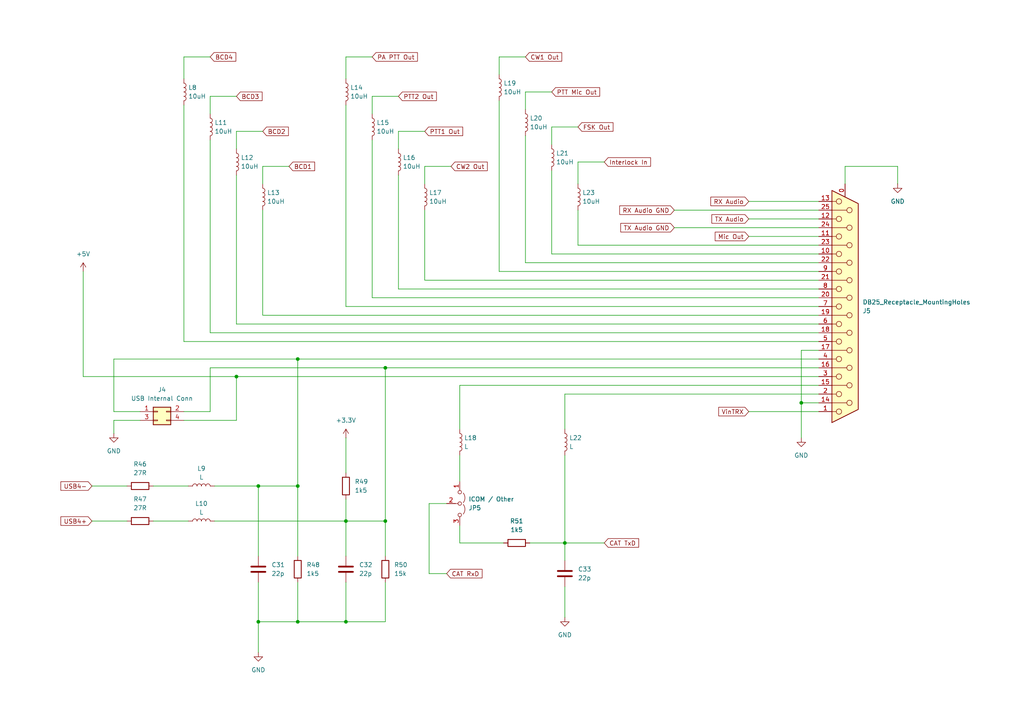
<source format=kicad_sch>
(kicad_sch (version 20231120) (generator "eeschema") (generator_version "8.0")
  (paper "A4")
  (title_block (rev "0.1"))
  (lib_symbols
    (symbol "Connector:DB25_Receptacle_MountingHoles" (pin_names (offset 1.016) hide)
      (property "Reference" "J" (at 0 36.83 0))
      (property "Value" "DB25_Receptacle_MountingHoles" (at 0 34.925 0))
      (symbol "DB25_Receptacle_MountingHoles_0_1"
        (circle (center -1.778 -30.48) (radius 0.762))
        (circle (center -1.778 -25.4) (radius 0.762))
        (circle (center -1.778 -20.32) (radius 0.762))
        (circle (center -1.778 -15.24) (radius 0.762))
        (circle (center -1.778 -10.16) (radius 0.762))
        (circle (center -1.778 -5.08) (radius 0.762))
        (circle (center -1.778 0) (radius 0.762))
        (circle (center -1.778 5.08) (radius 0.762))
        (circle (center -1.778 10.16) (radius 0.762))
        (circle (center -1.778 15.24) (radius 0.762))
        (circle (center -1.778 20.32) (radius 0.762))
        (circle (center -1.778 25.4) (radius 0.762))
        (circle (center -1.778 30.48) (radius 0.762))
        (polyline (pts (xy -3.81 -30.48) (xy -2.54 -30.48)))
        (polyline (pts (xy -3.81 -27.94) (xy 0.508 -27.94)))
        (polyline (pts (xy -3.81 -25.4) (xy -2.54 -25.4)))
        (polyline (pts (xy -3.81 -22.86) (xy 0.508 -22.86)))
        (polyline (pts (xy -3.81 -20.32) (xy -2.54 -20.32)))
        (polyline (pts (xy -3.81 -17.78) (xy 0.508 -17.78)))
        (polyline (pts (xy -3.81 -15.24) (xy -2.54 -15.24)))
        (polyline (pts (xy -3.81 -12.7) (xy 0.508 -12.7)))
        (polyline (pts (xy -3.81 -10.16) (xy -2.54 -10.16)))
        (polyline (pts (xy -3.81 -7.62) (xy 0.508 -7.62)))
        (polyline (pts (xy -3.81 -5.08) (xy -2.54 -5.08)))
        (polyline (pts (xy -3.81 -2.54) (xy 0.508 -2.54)))
        (polyline (pts (xy -3.81 0) (xy -2.54 0)))
        (polyline (pts (xy -3.81 2.54) (xy 0.508 2.54)))
        (polyline (pts (xy -3.81 5.08) (xy -2.54 5.08)))
        (polyline (pts (xy -3.81 7.62) (xy 0.508 7.62)))
        (polyline (pts (xy -3.81 10.16) (xy -2.54 10.16)))
        (polyline (pts (xy -3.81 12.7) (xy 0.508 12.7)))
        (polyline (pts (xy -3.81 15.24) (xy -2.54 15.24)))
        (polyline (pts (xy -3.81 17.78) (xy 0.508 17.78)))
        (polyline (pts (xy -3.81 20.32) (xy -2.54 20.32)))
        (polyline (pts (xy -3.81 22.86) (xy 0.508 22.86)))
        (polyline (pts (xy -3.81 25.4) (xy -2.54 25.4)))
        (polyline (pts (xy -3.81 27.94) (xy 0.508 27.94)))
        (polyline (pts (xy -3.81 30.48) (xy -2.54 30.48)))
        (polyline (pts (xy -3.81 33.655) (xy 3.81 29.845) (xy 3.81 -29.845) (xy -3.81 -33.655) (xy -3.81 33.655)) (stroke (width 0.254)) (fill (type background)))
        (circle (center 1.27 -27.94) (radius 0.762))
        (circle (center 1.27 -22.86) (radius 0.762))
        (circle (center 1.27 -17.78) (radius 0.762))
        (circle (center 1.27 -12.7) (radius 0.762))
        (circle (center 1.27 -7.62) (radius 0.762))
        (circle (center 1.27 -2.54) (radius 0.762))
        (circle (center 1.27 2.54) (radius 0.762))
        (circle (center 1.27 7.62) (radius 0.762))
        (circle (center 1.27 12.7) (radius 0.762))
        (circle (center 1.27 17.78) (radius 0.762))
        (circle (center 1.27 22.86) (radius 0.762))
        (circle (center 1.27 27.94) (radius 0.762))
      )
      (symbol "DB25_Receptacle_MountingHoles_1_1"
        (pin passive line (at 0 -35.56 90) (length 3.81) (name "PAD") (number "0"))
        (pin passive line (at -7.62 30.48 0) (length 3.81) (name "1") (number "1"))
        (pin passive line (at -7.62 -15.24 0) (length 3.81) (name "10") (number "10"))
        (pin passive line (at -7.62 -20.32 0) (length 3.81) (name "11") (number "11"))
        (pin passive line (at -7.62 -25.4 0) (length 3.81) (name "12") (number "12"))
        (pin passive line (at -7.62 -30.48 0) (length 3.81) (name "13") (number "13"))
        (pin passive line (at -7.62 27.94 0) (length 3.81) (name "P14") (number "14"))
        (pin passive line (at -7.62 22.86 0) (length 3.81) (name "P15") (number "15"))
        (pin passive line (at -7.62 17.78 0) (length 3.81) (name "P16") (number "16"))
        (pin passive line (at -7.62 12.7 0) (length 3.81) (name "P17") (number "17"))
        (pin passive line (at -7.62 7.62 0) (length 3.81) (name "P18") (number "18"))
        (pin passive line (at -7.62 2.54 0) (length 3.81) (name "P19") (number "19"))
        (pin passive line (at -7.62 25.4 0) (length 3.81) (name "2") (number "2"))
        (pin passive line (at -7.62 -2.54 0) (length 3.81) (name "P20") (number "20"))
        (pin passive line (at -7.62 -7.62 0) (length 3.81) (name "P21") (number "21"))
        (pin passive line (at -7.62 -12.7 0) (length 3.81) (name "P22") (number "22"))
        (pin passive line (at -7.62 -17.78 0) (length 3.81) (name "P23") (number "23"))
        (pin passive line (at -7.62 -22.86 0) (length 3.81) (name "P24") (number "24"))
        (pin passive line (at -7.62 -27.94 0) (length 3.81) (name "P25") (number "25"))
        (pin passive line (at -7.62 20.32 0) (length 3.81) (name "3") (number "3"))
        (pin passive line (at -7.62 15.24 0) (length 3.81) (name "4") (number "4"))
        (pin passive line (at -7.62 10.16 0) (length 3.81) (name "5") (number "5"))
        (pin passive line (at -7.62 5.08 0) (length 3.81) (name "6") (number "6"))
        (pin passive line (at -7.62 0 0) (length 3.81) (name "7") (number "7"))
        (pin passive line (at -7.62 -5.08 0) (length 3.81) (name "8") (number "8"))
        (pin passive line (at -7.62 -10.16 0) (length 3.81) (name "9") (number "9"))
      )
    )
    (symbol "Connector_Generic:Conn_02x02_Odd_Even" (pin_names (offset 1.016) hide)
      (property "Reference" "J" (at 1.27 2.54 0))
      (property "Value" "Conn_02x02_Odd_Even" (at 1.27 -5.08 0))
      (symbol "Conn_02x02_Odd_Even_1_1"
        (rectangle (start -1.27 -2.413) (end 0 -2.667) (stroke (width 0.1524)))
        (rectangle (start -1.27 0.127) (end 0 -0.127) (stroke (width 0.1524)))
        (rectangle (start -1.27 1.27) (end 3.81 -3.81) (stroke (width 0.254)) (fill (type background)))
        (rectangle (start 3.81 -2.413) (end 2.54 -2.667) (stroke (width 0.1524)))
        (rectangle (start 3.81 0.127) (end 2.54 -0.127) (stroke (width 0.1524)))
        (pin passive line (at -5.08 0 0) (length 3.81) (name "Pin_1") (number "1"))
        (pin passive line (at 7.62 0 180) (length 3.81) (name "Pin_2") (number "2"))
        (pin passive line (at -5.08 -2.54 0) (length 3.81) (name "Pin_3") (number "3"))
        (pin passive line (at 7.62 -2.54 180) (length 3.81) (name "Pin_4") (number "4"))
      )
    )
    (symbol "Device:C" (pin_numbers hide) (pin_names (offset 0.254))
      (property "Reference" "C" (at 0.635 2.54 0))
      (property "Value" "C" (at 0.635 -2.54 0))
      (symbol "C_0_1"
        (polyline (pts (xy -2.032 -0.762) (xy 2.032 -0.762)) (stroke (width 0.508)))
        (polyline (pts (xy -2.032 0.762) (xy 2.032 0.762)) (stroke (width 0.508)))
      )
      (symbol "C_1_1"
        (pin passive line (at 0 3.81 270) (length 2.794) (name "~") (number "1"))
        (pin passive line (at 0 -3.81 90) (length 2.794) (name "~") (number "2"))
      )
    )
    (symbol "Device:L" (pin_numbers hide) (pin_names (offset 1.016) hide)
      (property "Reference" "L" (at -1.27 0 90))
      (property "Value" "L" (at 1.905 0 90))
      (symbol "L_0_1"
        (arc (start 0 -2.54) (mid 0.6323 -1.905) (end 0 -1.27))
        (arc (start 0 -1.27) (mid 0.6323 -0.635) (end 0 0))
        (arc (start 0 0) (mid 0.6323 0.635) (end 0 1.27))
        (arc (start 0 1.27) (mid 0.6323 1.905) (end 0 2.54))
      )
      (symbol "L_1_1"
        (pin passive line (at 0 3.81 270) (length 1.27) (name "1") (number "1"))
        (pin passive line (at 0 -3.81 90) (length 1.27) (name "2") (number "2"))
      )
    )
    (symbol "Device:R" (pin_numbers hide) (pin_names (offset 0))
      (property "Reference" "R" (at 2.032 0 90))
      (property "Value" "R" (at 0 0 90))
      (symbol "R_0_1"
        (rectangle (start -1.016 -2.54) (end 1.016 2.54) (stroke (width 0.254)))
      )
      (symbol "R_1_1"
        (pin passive line (at 0 3.81 270) (length 1.27) (name "~") (number "1"))
        (pin passive line (at 0 -3.81 90) (length 1.27) (name "~") (number "2"))
      )
    )
    (symbol "Jumper:Jumper_3_Open" (pin_names (offset 0) hide) (exclude_from_sim yes) (in_bom no)
      (property "Reference" "JP" (at -2.54 -2.54 0))
      (property "Value" "Jumper_3_Open" (at 0 2.794 0))
      (symbol "Jumper_3_Open_0_0"
        (circle (center -3.302 0) (radius 0.508))
        (circle (center 0 0) (radius 0.508))
        (circle (center 3.302 0) (radius 0.508))
      )
      (symbol "Jumper_3_Open_0_1"
        (arc (start -0.254 1.016) (mid -1.651 1.4992) (end -3.048 1.016))
        (polyline (pts (xy 0 -0.508) (xy 0 -1.27)))
        (arc (start 3.048 1.016) (mid 1.651 1.4992) (end 0.254 1.016))
      )
      (symbol "Jumper_3_Open_1_1"
        (pin passive line (at -6.35 0 0) (length 2.54) (name "A") (number "1"))
        (pin passive line (at 0 -3.81 90) (length 2.54) (name "C") (number "2"))
        (pin passive line (at 6.35 0 180) (length 2.54) (name "B") (number "3"))
      )
    )
    (symbol "power:+3.3V" (power) (pin_numbers hide) (pin_names (offset 0) hide)
      (property "Value" "+3.3V" (at 0 3.556 0))
      (symbol "+3.3V_0_1"
        (polyline (pts (xy -0.762 1.27) (xy 0 2.54)))
        (polyline (pts (xy 0 0) (xy 0 2.54)))
        (polyline (pts (xy 0 2.54) (xy 0.762 1.27)))
      )
      (symbol "+3.3V_1_1"
        (pin power_in line (at 0 0 90) (length 0) (name "~") (number "1"))
      )
    )
    (symbol "power:+5V" (power) (pin_numbers hide) (pin_names (offset 0) hide)
      (property "Value" "+5V" (at 0 3.556 0))
      (symbol "+5V_0_1"
        (polyline (pts (xy -0.762 1.27) (xy 0 2.54)))
        (polyline (pts (xy 0 0) (xy 0 2.54)))
        (polyline (pts (xy 0 2.54) (xy 0.762 1.27)))
      )
      (symbol "+5V_1_1"
        (pin power_in line (at 0 0 90) (length 0) (name "~") (number "1"))
      )
    )
    (symbol "power:GND" (power) (pin_numbers hide) (pin_names (offset 0) hide)
      (property "Value" "GND" (at 0 -3.81 0))
      (symbol "GND_0_1"
        (polyline (pts (xy 0 0) (xy 0 -1.27) (xy 1.27 -1.27) (xy 0 -2.54) (xy -1.27 -1.27) (xy 0 -1.27)))
      )
      (symbol "GND_1_1"
        (pin power_in line (at 0 0 270) (length 0) (name "~") (number "1"))
      )
    )
  )
  (junction (at 232.41 116.84))
  (junction (at 74.93 140.97))
  (junction (at 100.33 151.13))
  (junction (at 86.36 104.14))
  (junction (at 68.58 109.22))
  (junction (at 111.76 151.13))
  (junction (at 100.33 180.34))
  (junction (at 74.93 180.34))
  (junction (at 163.83 157.48))
  (junction (at 86.36 180.34))
  (junction (at 111.76 106.68))
  (junction (at 86.36 140.97))
  (wire (pts (xy 160.02 73.66) (xy 237.49 73.66)))
  (wire (pts (xy 40.64 119.38) (xy 33.02 119.38)))
  (wire (pts (xy 167.64 53.34) (xy 167.64 46.99)))
  (wire (pts (xy 86.36 180.34) (xy 86.36 168.91)))
  (wire (pts (xy 217.17 58.42) (xy 237.49 58.42)))
  (wire (pts (xy 124.46 146.05) (xy 124.46 166.37)))
  (wire (pts (xy 237.49 109.22) (xy 68.58 109.22)))
  (wire (pts (xy 111.76 106.68) (xy 237.49 106.68)))
  (wire (pts (xy 76.2 53.34) (xy 76.2 48.26)))
  (wire (pts (xy 115.57 83.82) (xy 237.49 83.82)))
  (wire (pts (xy 144.78 16.51) (xy 152.4 16.51)))
  (wire (pts (xy 129.54 146.05) (xy 124.46 146.05)))
  (wire (pts (xy 68.58 121.92) (xy 68.58 109.22)))
  (wire (pts (xy 74.93 140.97) (xy 74.93 161.29)))
  (wire (pts (xy 167.64 71.12) (xy 167.64 60.96)))
  (wire (pts (xy 123.19 53.34) (xy 123.19 48.26)))
  (wire (pts (xy 163.83 170.18) (xy 163.83 179.07)))
  (wire (pts (xy 60.96 106.68) (xy 111.76 106.68)))
  (wire (pts (xy 153.67 157.48) (xy 163.83 157.48)))
  (wire (pts (xy 86.36 104.14) (xy 86.36 140.97)))
  (wire (pts (xy 100.33 168.91) (xy 100.33 180.34)))
  (wire (pts (xy 245.11 48.26) (xy 245.11 53.34)))
  (wire (pts (xy 26.67 151.13) (xy 36.83 151.13)))
  (wire (pts (xy 152.4 76.2) (xy 152.4 39.37)))
  (wire (pts (xy 115.57 43.18) (xy 115.57 38.1)))
  (wire (pts (xy 74.93 180.34) (xy 86.36 180.34)))
  (wire (pts (xy 144.78 21.59) (xy 144.78 16.51)))
  (wire (pts (xy 62.23 151.13) (xy 100.33 151.13)))
  (wire (pts (xy 40.64 121.92) (xy 33.02 121.92)))
  (wire (pts (xy 163.83 114.3) (xy 163.83 124.46)))
  (wire (pts (xy 44.45 140.97) (xy 54.61 140.97)))
  (wire (pts (xy 167.64 46.99) (xy 175.26 46.99)))
  (wire (pts (xy 195.58 66.04) (xy 237.49 66.04)))
  (wire (pts (xy 111.76 151.13) (xy 111.76 106.68)))
  (wire (pts (xy 232.41 127) (xy 232.41 116.84)))
  (wire (pts (xy 60.96 27.94) (xy 68.58 27.94)))
  (wire (pts (xy 217.17 68.58) (xy 237.49 68.58)))
  (wire (pts (xy 53.34 22.86) (xy 53.34 16.51)))
  (wire (pts (xy 144.78 29.21) (xy 144.78 78.74)))
  (wire (pts (xy 115.57 38.1) (xy 123.19 38.1)))
  (wire (pts (xy 100.33 22.86) (xy 100.33 16.51)))
  (wire (pts (xy 163.83 132.08) (xy 163.83 157.48)))
  (wire (pts (xy 111.76 151.13) (xy 111.76 161.29)))
  (wire (pts (xy 33.02 121.92) (xy 33.02 125.73)))
  (wire (pts (xy 152.4 31.75) (xy 152.4 26.67)))
  (wire (pts (xy 100.33 88.9) (xy 237.49 88.9)))
  (wire (pts (xy 107.95 40.64) (xy 107.95 86.36)))
  (wire (pts (xy 44.45 151.13) (xy 54.61 151.13)))
  (wire (pts (xy 53.34 119.38) (xy 60.96 119.38)))
  (wire (pts (xy 133.35 132.08) (xy 133.35 139.7)))
  (wire (pts (xy 107.95 86.36) (xy 237.49 86.36)))
  (wire (pts (xy 68.58 38.1) (xy 76.2 38.1)))
  (wire (pts (xy 124.46 166.37) (xy 129.54 166.37)))
  (wire (pts (xy 232.41 116.84) (xy 237.49 116.84)))
  (wire (pts (xy 53.34 16.51) (xy 60.96 16.51)))
  (wire (pts (xy 60.96 119.38) (xy 60.96 106.68)))
  (wire (pts (xy 100.33 16.51) (xy 107.95 16.51)))
  (wire (pts (xy 74.93 180.34) (xy 74.93 189.23)))
  (wire (pts (xy 232.41 101.6) (xy 232.41 116.84)))
  (wire (pts (xy 53.34 30.48) (xy 53.34 99.06)))
  (wire (pts (xy 237.49 93.98) (xy 68.58 93.98)))
  (wire (pts (xy 146.05 157.48) (xy 133.35 157.48)))
  (wire (pts (xy 100.33 151.13) (xy 111.76 151.13)))
  (wire (pts (xy 217.17 119.38) (xy 237.49 119.38)))
  (wire (pts (xy 100.33 144.78) (xy 100.33 151.13)))
  (wire (pts (xy 24.13 78.74) (xy 24.13 109.22)))
  (wire (pts (xy 68.58 109.22) (xy 24.13 109.22)))
  (wire (pts (xy 100.33 127) (xy 100.33 137.16)))
  (wire (pts (xy 76.2 48.26) (xy 83.82 48.26)))
  (wire (pts (xy 123.19 48.26) (xy 130.81 48.26)))
  (wire (pts (xy 260.35 53.34) (xy 260.35 48.26)))
  (wire (pts (xy 133.35 111.76) (xy 237.49 111.76)))
  (wire (pts (xy 76.2 60.96) (xy 76.2 91.44)))
  (wire (pts (xy 160.02 36.83) (xy 167.64 36.83)))
  (wire (pts (xy 100.33 88.9) (xy 100.33 30.48)))
  (wire (pts (xy 68.58 43.18) (xy 68.58 38.1)))
  (wire (pts (xy 111.76 180.34) (xy 100.33 180.34)))
  (wire (pts (xy 152.4 26.67) (xy 160.02 26.67)))
  (wire (pts (xy 237.49 71.12) (xy 167.64 71.12)))
  (wire (pts (xy 217.17 63.5) (xy 237.49 63.5)))
  (wire (pts (xy 86.36 140.97) (xy 86.36 161.29)))
  (wire (pts (xy 195.58 60.96) (xy 237.49 60.96)))
  (wire (pts (xy 237.49 104.14) (xy 86.36 104.14)))
  (wire (pts (xy 133.35 111.76) (xy 133.35 124.46)))
  (wire (pts (xy 144.78 78.74) (xy 237.49 78.74)))
  (wire (pts (xy 160.02 41.91) (xy 160.02 36.83)))
  (wire (pts (xy 33.02 119.38) (xy 33.02 104.14)))
  (wire (pts (xy 237.49 99.06) (xy 53.34 99.06)))
  (wire (pts (xy 107.95 33.02) (xy 107.95 27.94)))
  (wire (pts (xy 123.19 81.28) (xy 237.49 81.28)))
  (wire (pts (xy 26.67 140.97) (xy 36.83 140.97)))
  (wire (pts (xy 53.34 121.92) (xy 68.58 121.92)))
  (wire (pts (xy 237.49 91.44) (xy 76.2 91.44)))
  (wire (pts (xy 163.83 157.48) (xy 175.26 157.48)))
  (wire (pts (xy 163.83 157.48) (xy 163.83 162.56)))
  (wire (pts (xy 68.58 50.8) (xy 68.58 93.98)))
  (wire (pts (xy 60.96 33.02) (xy 60.96 27.94)))
  (wire (pts (xy 74.93 140.97) (xy 62.23 140.97)))
  (wire (pts (xy 60.96 40.64) (xy 60.96 96.52)))
  (wire (pts (xy 160.02 49.53) (xy 160.02 73.66)))
  (wire (pts (xy 111.76 168.91) (xy 111.76 180.34)))
  (wire (pts (xy 100.33 151.13) (xy 100.33 161.29)))
  (wire (pts (xy 100.33 180.34) (xy 86.36 180.34)))
  (wire (pts (xy 107.95 27.94) (xy 115.57 27.94)))
  (wire (pts (xy 74.93 168.91) (xy 74.93 180.34)))
  (wire (pts (xy 115.57 83.82) (xy 115.57 50.8)))
  (wire (pts (xy 152.4 76.2) (xy 237.49 76.2)))
  (wire (pts (xy 133.35 157.48) (xy 133.35 152.4)))
  (wire (pts (xy 237.49 114.3) (xy 163.83 114.3)))
  (wire (pts (xy 33.02 104.14) (xy 86.36 104.14)))
  (wire (pts (xy 123.19 60.96) (xy 123.19 81.28)))
  (wire (pts (xy 237.49 101.6) (xy 232.41 101.6)))
  (wire (pts (xy 86.36 140.97) (xy 74.93 140.97)))
  (wire (pts (xy 260.35 48.26) (xy 245.11 48.26)))
  (wire (pts (xy 237.49 96.52) (xy 60.96 96.52)))
  (global_label "CW1 Out" (shape input) (at 152.4 16.51 0) (property "Intersheetrefs" "${INTERSHEET_REFS}" (effects (hide yes))))
  (global_label "Interlock In" (shape input) (at 175.26 46.99 0) (property "Intersheetrefs" "${INTERSHEET_REFS}" (effects (hide yes))))
  (global_label "PTT2 Out" (shape input) (at 115.57 27.94 0) (property "Intersheetrefs" "${INTERSHEET_REFS}" (effects (hide yes))))
  (global_label "BCD1" (shape input) (at 83.82 48.26 0) (property "Intersheetrefs" "${INTERSHEET_REFS}" (effects (hide yes))))
  (global_label "VinTRX" (shape input) (at 217.17 119.38 180) (property "Intersheetrefs" "${INTERSHEET_REFS}" (effects (hide yes))))
  (global_label "TX Audio GND" (shape input) (at 195.58 66.04 180) (property "Intersheetrefs" "${INTERSHEET_REFS}" (effects (hide yes))))
  (global_label "BCD2" (shape input) (at 76.2 38.1 0) (property "Intersheetrefs" "${INTERSHEET_REFS}" (effects (hide yes))))
  (global_label "RX Audio GND" (shape input) (at 195.58 60.96 180) (property "Intersheetrefs" "${INTERSHEET_REFS}" (effects (hide yes))))
  (global_label "PTT1 Out" (shape input) (at 123.19 38.1 0) (property "Intersheetrefs" "${INTERSHEET_REFS}" (effects (hide yes))))
  (global_label "PTT Mic Out" (shape input) (at 160.02 26.67 0) (property "Intersheetrefs" "${INTERSHEET_REFS}" (effects (hide yes))))
  (global_label "TX Audio" (shape input) (at 217.17 63.5 180) (property "Intersheetrefs" "${INTERSHEET_REFS}" (effects (hide yes))))
  (global_label "RX Audio" (shape input) (at 217.17 58.42 180) (property "Intersheetrefs" "${INTERSHEET_REFS}" (effects (hide yes))))
  (global_label "FSK Out" (shape input) (at 167.64 36.83 0) (property "Intersheetrefs" "${INTERSHEET_REFS}" (effects (hide yes))))
  (global_label "USB4-" (shape input) (at 26.67 140.97 180) (property "Intersheetrefs" "${INTERSHEET_REFS}" (effects (hide yes))))
  (global_label "BCD3" (shape input) (at 68.58 27.94 0) (property "Intersheetrefs" "${INTERSHEET_REFS}" (effects (hide yes))))
  (global_label "CW2 Out" (shape input) (at 130.81 48.26 0) (property "Intersheetrefs" "${INTERSHEET_REFS}" (effects (hide yes))))
  (global_label "BCD4" (shape input) (at 60.96 16.51 0) (property "Intersheetrefs" "${INTERSHEET_REFS}" (effects (hide yes))))
  (global_label "USB4+" (shape input) (at 26.67 151.13 180) (property "Intersheetrefs" "${INTERSHEET_REFS}" (effects (hide yes))))
  (global_label "CAT RxD" (shape input) (at 129.54 166.37 0) (property "Intersheetrefs" "${INTERSHEET_REFS}" (effects (hide yes))))
  (global_label "PA PTT Out" (shape input) (at 107.95 16.51 0) (property "Intersheetrefs" "${INTERSHEET_REFS}" (effects (hide yes))))
  (global_label "Mic Out" (shape input) (at 217.17 68.58 180) (property "Intersheetrefs" "${INTERSHEET_REFS}" (effects (hide yes))))
  (global_label "CAT TxD" (shape input) (at 175.26 157.48 0) (property "Intersheetrefs" "${INTERSHEET_REFS}" (effects (hide yes))))
  (symbol (lib_id "power:GND") (at 260.35 53.34 0) (unit 1)
    (property "Reference" "#PWR51" (effects (hide yes)))
    (property "Value" "GND" (at 260.35 58.42 0))
    (property "Description" "Power symbol creates a global label with name \"GND\" , ground" (effects (hide yes)))
  )
  (symbol (lib_id "Device:R") (at 86.36 165.1 0) (unit 1)
    (property "Reference" "R48" (at 88.9 163.8299 0) (effects (justify left)))
    (property "Value" "1k5" (at 88.9 166.3699 0) (effects (justify left)))
    (property "Description" "Resistor" (effects (hide yes)))
  )
  (symbol (lib_id "Device:L") (at 115.57 46.99 0) (unit 1)
    (property "Reference" "L16" (at 116.84 45.7199 0) (effects (justify left)))
    (property "Value" "10uH" (at 116.84 48.2599 0) (effects (justify left)))
    (property "Description" "Inductor" (effects (hide yes)))
  )
  (symbol (lib_id "power:+3.3V") (at 100.33 127 0) (unit 1)
    (property "Reference" "#PWR48" (effects (hide yes)))
    (property "Value" "+3.3V" (at 100.33 121.92 0))
    (property "Description" "Power symbol creates a global label with name \"+3.3V\"" (effects (hide yes)))
  )
  (symbol (lib_id "power:GND") (at 232.41 127 0) (unit 1)
    (property "Reference" "#PWR50" (effects (hide yes)))
    (property "Value" "GND" (at 232.41 132.08 0))
    (property "Description" "Power symbol creates a global label with name \"GND\" , ground" (effects (hide yes)))
  )
  (symbol (lib_id "Device:L") (at 60.96 36.83 0) (unit 1)
    (property "Reference" "L11" (at 62.23 35.5599 0) (effects (justify left)))
    (property "Value" "10uH" (at 62.23 38.0999 0) (effects (justify left)))
    (property "Description" "Inductor" (effects (hide yes)))
  )
  (symbol (lib_id "power:+5V") (at 24.13 78.74 0) (unit 1)
    (property "Reference" "#PWR45" (effects (hide yes)))
    (property "Value" "+5V" (at 24.13 73.66 0))
    (property "Description" "Power symbol creates a global label with name \"+5V\"" (effects (hide yes)))
  )
  (symbol (lib_id "Device:L") (at 163.83 128.27 0) (unit 1)
    (property "Reference" "L22" (at 165.1 126.9999 0) (effects (justify left)))
    (property "Value" "L" (at 165.1 129.5399 0) (effects (justify left)))
    (property "Description" "Inductor" (effects (hide yes)))
  )
  (symbol (lib_id "Device:L") (at 152.4 35.56 0) (unit 1)
    (property "Reference" "L20" (at 153.67 34.2899 0) (effects (justify left)))
    (property "Value" "10uH" (at 153.67 36.8299 0) (effects (justify left)))
    (property "Description" "Inductor" (effects (hide yes)))
  )
  (symbol (lib_id "Device:R") (at 100.33 140.97 0) (unit 1)
    (property "Reference" "R49" (at 102.87 139.6999 0) (effects (justify left)))
    (property "Value" "1k5" (at 102.87 142.2399 0) (effects (justify left)))
    (property "Description" "Resistor" (effects (hide yes)))
  )
  (symbol (lib_id "Device:L") (at 167.64 57.15 0) (unit 1)
    (property "Reference" "L23" (at 168.91 55.8799 0) (effects (justify left)))
    (property "Value" "10uH" (at 168.91 58.4199 0) (effects (justify left)))
    (property "Description" "Inductor" (effects (hide yes)))
  )
  (symbol (lib_id "Device:L") (at 107.95 36.83 0) (unit 1)
    (property "Reference" "L15" (at 109.22 35.5599 0) (effects (justify left)))
    (property "Value" "10uH" (at 109.22 38.0999 0) (effects (justify left)))
    (property "Description" "Inductor" (effects (hide yes)))
  )
  (symbol (lib_id "Device:L") (at 58.42 151.13 90) (unit 1)
    (property "Reference" "L10" (at 58.42 146.05 90))
    (property "Value" "L" (at 58.42 148.59 90))
    (property "Description" "Inductor" (effects (hide yes)))
  )
  (symbol (lib_id "Device:L") (at 68.58 46.99 0) (unit 1)
    (property "Reference" "L12" (at 69.85 45.7199 0) (effects (justify left)))
    (property "Value" "10uH" (at 69.85 48.2599 0) (effects (justify left)))
    (property "Description" "Inductor" (effects (hide yes)))
  )
  (symbol (lib_id "Jumper:Jumper_3_Open") (at 133.35 146.05 270) (unit 1) (exclude_from_sim yes) (in_bom no)
    (property "Reference" "JP5" (at 135.89 147.3201 90) (effects (justify left)))
    (property "Value" "ICOM / Other" (at 135.89 144.7801 90) (effects (justify left)))
    (property "Description" "Jumper, 3-pole, both open" (effects (hide yes)))
  )
  (symbol (lib_id "power:GND") (at 33.02 125.73 0) (unit 1)
    (property "Reference" "#PWR46" (effects (hide yes)))
    (property "Value" "GND" (at 33.02 130.81 0))
    (property "Description" "Power symbol creates a global label with name \"GND\" , ground" (effects (hide yes)))
  )
  (symbol (lib_id "Device:L") (at 58.42 140.97 90) (unit 1)
    (property "Reference" "L9" (at 58.42 135.89 90))
    (property "Value" "L" (at 58.42 138.43 90))
    (property "Description" "Inductor" (effects (hide yes)))
  )
  (symbol (lib_id "Device:L") (at 123.19 57.15 0) (unit 1)
    (property "Reference" "L17" (at 124.46 55.8799 0) (effects (justify left)))
    (property "Value" "10uH" (at 124.46 58.4199 0) (effects (justify left)))
    (property "Description" "Inductor" (effects (hide yes)))
  )
  (symbol (lib_id "power:GND") (at 163.83 179.07 0) (unit 1)
    (property "Reference" "#PWR49" (effects (hide yes)))
    (property "Value" "GND" (at 163.83 184.15 0))
    (property "Description" "Power symbol creates a global label with name \"GND\" , ground" (effects (hide yes)))
  )
  (symbol (lib_id "Device:R") (at 40.64 140.97 90) (unit 1)
    (property "Reference" "R46" (at 40.64 134.62 90))
    (property "Value" "27R" (at 40.64 137.16 90))
    (property "Description" "Resistor" (effects (hide yes)))
  )
  (symbol (lib_id "Connector:DB25_Receptacle_MountingHoles") (at 245.11 88.9 0) (mirror x) (unit 1)
    (property "Reference" "J5" (at 250.19 90.1701 0) (effects (justify left)))
    (property "Value" "DB25_Receptacle_MountingHoles" (at 250.19 87.6301 0) (effects (justify left)))
    (property "Description" "25-pin female receptacle socket D-SUB connector, Mounting Hole" (effects (hide yes)))
  )
  (symbol (lib_id "Device:R") (at 111.76 165.1 0) (unit 1)
    (property "Reference" "R50" (at 114.3 163.8299 0) (effects (justify left)))
    (property "Value" "15k" (at 114.3 166.3699 0) (effects (justify left)))
    (property "Description" "Resistor" (effects (hide yes)))
  )
  (symbol (lib_id "Device:L") (at 100.33 26.67 0) (unit 1)
    (property "Reference" "L14" (at 101.6 25.3999 0) (effects (justify left)))
    (property "Value" "10uH" (at 101.6 27.9399 0) (effects (justify left)))
    (property "Description" "Inductor" (effects (hide yes)))
  )
  (symbol (lib_id "Device:R") (at 149.86 157.48 90) (unit 1)
    (property "Reference" "R51" (at 149.86 151.13 90))
    (property "Value" "1k5" (at 149.86 153.67 90))
    (property "Description" "Resistor" (effects (hide yes)))
  )
  (symbol (lib_id "Device:L") (at 144.78 25.4 0) (unit 1)
    (property "Reference" "L19" (at 146.05 24.1299 0) (effects (justify left)))
    (property "Value" "10uH" (at 146.05 26.6699 0) (effects (justify left)))
    (property "Description" "Inductor" (effects (hide yes)))
  )
  (symbol (lib_id "Device:L") (at 76.2 57.15 0) (unit 1)
    (property "Reference" "L13" (at 77.47 55.8799 0) (effects (justify left)))
    (property "Value" "10uH" (at 77.47 58.4199 0) (effects (justify left)))
    (property "Description" "Inductor" (effects (hide yes)))
  )
  (symbol (lib_id "Device:C") (at 100.33 165.1 0) (unit 1)
    (property "Reference" "C32" (at 104.14 163.8299 0) (effects (justify left)))
    (property "Value" "22p" (at 104.14 166.3699 0) (effects (justify left)))
    (property "Description" "Unpolarized capacitor" (effects (hide yes)))
  )
  (symbol (lib_id "Device:L") (at 160.02 45.72 0) (unit 1)
    (property "Reference" "L21" (at 161.29 44.4499 0) (effects (justify left)))
    (property "Value" "10uH" (at 161.29 46.9899 0) (effects (justify left)))
    (property "Description" "Inductor" (effects (hide yes)))
  )
  (symbol (lib_id "Device:R") (at 40.64 151.13 90) (unit 1)
    (property "Reference" "R47" (at 40.64 144.78 90))
    (property "Value" "27R" (at 40.64 147.32 90))
    (property "Description" "Resistor" (effects (hide yes)))
  )
  (symbol (lib_id "Device:C") (at 163.83 166.37 0) (unit 1)
    (property "Reference" "C33" (at 167.64 165.0999 0) (effects (justify left)))
    (property "Value" "22p" (at 167.64 167.6399 0) (effects (justify left)))
    (property "Description" "Unpolarized capacitor" (effects (hide yes)))
  )
  (symbol (lib_id "Device:C") (at 74.93 165.1 0) (unit 1)
    (property "Reference" "C31" (at 78.74 163.8299 0) (effects (justify left)))
    (property "Value" "22p" (at 78.74 166.3699 0) (effects (justify left)))
    (property "Description" "Unpolarized capacitor" (effects (hide yes)))
  )
  (symbol (lib_id "Device:L") (at 53.34 26.67 0) (unit 1)
    (property "Reference" "L8" (at 54.61 25.3999 0) (effects (justify left)))
    (property "Value" "10uH" (at 54.61 27.9399 0) (effects (justify left)))
    (property "Description" "Inductor" (effects (hide yes)))
  )
  (symbol (lib_id "Device:L") (at 133.35 128.27 0) (unit 1)
    (property "Reference" "L18" (at 134.62 126.9999 0) (effects (justify left)))
    (property "Value" "L" (at 134.62 129.5399 0) (effects (justify left)))
    (property "Description" "Inductor" (effects (hide yes)))
  )
  (symbol (lib_id "Connector_Generic:Conn_02x02_Odd_Even") (at 45.72 119.38 0) (unit 1)
    (property "Reference" "J4" (at 46.99 113.03 0))
    (property "Value" "USB Internal Conn" (at 46.99 115.57 0))
    (property "Description" "Generic connector, double row, 02x02, odd/even pin numbering scheme (row 1 odd numbers, row 2 even numbers), script generated (kicad-library-utils/schlib/autogen/connector/)" (effects (hide yes)))
  )
  (symbol (lib_id "power:GND") (at 74.93 189.23 0) (unit 1)
    (property "Reference" "#PWR47" (effects (hide yes)))
    (property "Value" "GND" (at 74.93 194.31 0))
    (property "Description" "Power symbol creates a global label with name \"GND\" , ground" (effects (hide yes)))
  )
)
</source>
